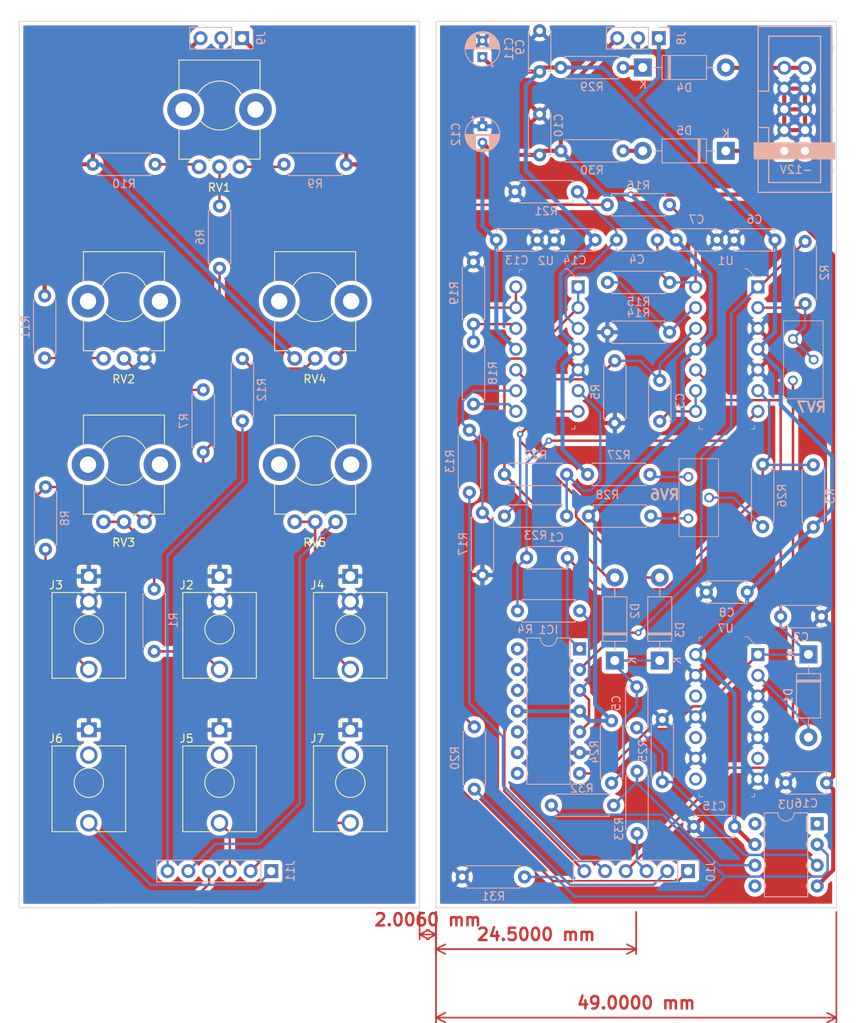
<source format=kicad_pcb>
(kicad_pcb (version 20211014) (generator pcbnew)
  (layers (0 "F.Cu" signal) (31 "B.Cu" signal) (34 "B.Paste" user) (35 "F.Paste" user) (36 "B.SilkS" user "B.Silkscreen") (37 "F.SilkS" user "F.Silkscreen") (38 "B.Mask" user) (39 "F.Mask" user) (44 "Edge.Cuts" user))
  (net 0 "")
  (net 1 "/ic1")
  (net 2 "/out_emit")
  (net 3 "/ic2")
  (net 4 "GND")
  (net 5 "/Saw_buff")
  (net 6 "/ac_couple")
  (net 7 "/tri_in")
  (net 8 "/tri_sum")
  (net 9 "Triangle Out1")
  (net 10 "+12V")
  (net 11 "-12V")
  (net 12 "/schmitt_out")
  (net 13 "/tri_buff")
  (net 14 "/tri_amp_out")
  (net 15 "/D+")
  (net 16 "/12+")
  (net 17 "/12-")
  (net 18 "/D-")
  (net 19 "/scale_in")
  (net 20 "/emit")
  (net 21 "/FM_in")
  (net 28 "/CV_in")
  (net 29 "/PWM_Pot")
  (net 30 "Triangle Out2")
  (net 32 "Saw Out2")
  (net 34 "/FM_pot")
  (net 35 "/trim_scale")
  (net 36 "/Coarse")
  (net 37 "Pulse Out2")
  (net 38 "/Fine")
  (net 39 "/Coarse_div1")
  (net 40 "/Coarse_div2")
  (net 41 "/fine_div")
  (net 42 "Saw Out1")
  (net 43 "/PWM_LP")
  (net 44 "Pulse Out1")
  (net 45 "/Saw_amp2")
  (net 46 "/Saw_amp1")
  (net 47 "/PWM_out")
  (net 48 "/PWM_Bin")
  (net 49 "/Pulse_buff")
  (net 50 "/tri_amp_in")
  (net 51 "/trim_tune")
  (net 52 "/trim+")
  (net 53 "/trim-")
  (net 60 "In_Sum1")
  (net 61 "AP1")
  (net 62 "PWM_Com1")
  (net 63 "In_Sum2")
  (net 64 "AP2")
  (net 65 "PWM_Com2")
  (net 66 "GND1")
  (net 67 "+12VA")
  (net 68 "-12VA")
  (net 69 "/tri_pre")
  (net 70 "/tri_inv")
  (net 71 "/tri_op_out")
  (footprint "Connector_Audio:Jack_3.5mm_QingPu_WQP-PJ398SM_Vertical_CircularHoles" (layer "F.Cu") (at 94.2 117.72)
    (fp_text reference "J3")
    (fp_text value "CV")
  )
  (footprint "Custom_Footprints:Alpha_9mm_Potentiometer_Aligned" (layer "F.Cu") (at 98.5 83.55)
    (fp_text reference "RV2")
    (fp_text value "100K")
  )
  (footprint "Connector_Audio:Jack_3.5mm_QingPu_WQP-PJ398SM_Vertical_CircularHoles" (layer "F.Cu") (at 126.2 136.5)
    (fp_text reference "J7")
    (fp_text value "Pulse")
  )
  (footprint "Connector_Audio:Jack_3.5mm_QingPu_WQP-PJ398SM_Vertical_CircularHoles" (layer "F.Cu") (at 110.2 136.5)
    (fp_text reference "J5")
    (fp_text value "Triangle")
  )
  (footprint "Connector_Audio:Jack_3.5mm_QingPu_WQP-PJ398SM_Vertical_CircularHoles" (layer "F.Cu") (at 126.2 117.72)
    (fp_text reference "J4")
    (fp_text value "PWM")
  )
  (footprint "Custom_Footprints:Alpha_9mm_Potentiometer_Aligned" (layer "F.Cu") (at 121.9 83.55)
    (fp_text reference "RV4")
    (fp_text value "100k")
  )
  (footprint "Custom_Footprints:Alpha_9mm_Potentiometer_Aligned" (layer "F.Cu") (at 121.9 103.55)
    (fp_text reference "RV5")
    (fp_text value "250k")
  )
  (footprint "Connector_Audio:Jack_3.5mm_QingPu_WQP-PJ398SM_Vertical_CircularHoles" (layer "F.Cu") (at 94.2 136.5)
    (fp_text reference "J6")
    (fp_text value "Saw")
  )
  (footprint "Connector_Audio:Jack_3.5mm_QingPu_WQP-PJ398SM_Vertical_CircularHoles" (layer "F.Cu") (at 110.2 117.72)
    (fp_text reference "J2")
    (fp_text value "FM")
  )
  (footprint "Custom_Footprints:Alpha_9mm_Potentiometer_Aligned" (layer "F.Cu") (at 110.2 60.1)
    (fp_text reference "RV1")
    (fp_text value "100K")
  )
  (footprint "Custom_Footprints:Alpha_9mm_Potentiometer_Aligned" (layer "F.Cu") (at 98.5 103.55)
    (fp_text reference "RV3")
    (fp_text value "1Meg")
  )
  (footprint "Capacitor_THT:C_Disc_D4.7mm_W2.5mm_P5.00mm" (layer "B.Cu") (at 179.5 143)
    (fp_text reference "C16")
    (fp_text value "0.1u")
  )
  (footprint "Capacitor_THT:C_Disc_D4.7mm_W2.5mm_P5.00mm" (layer "B.Cu") (at 178.876 122.65)
    (fp_text reference "C2")
    (fp_text value "2.2n")
  )
  (footprint "Capacitor_THT:C_Disc_D4.7mm_W2.5mm_P5.00mm" (layer "B.Cu") (at 173.24 148.34 180)
    (fp_text reference "C15")
    (fp_text value "0.1u")
  )
  (footprint "Potassium's KiCad Footprints:3296Y1502LF" (layer "B.Cu") (at 167.576 110.63 180)
    (fp_text reference "RV6")
    (fp_text value "1Meg" hide)
  )
  (footprint "Resistor_THT:R_Axial_DIN0207_L6.3mm_D2.5mm_P7.62mm_Horizontal" (layer "B.Cu") (at 152.686 105.25 180)
    (fp_text reference "R22")
    (fp_text value "10k")
  )
  (footprint "digikey-footprints:DIP-14_W3mm" (layer "B.Cu") (at 154.086 82.3 180)
    (fp_text reference "U2")
    (fp_text value "TL074CN")
  )
  (footprint "Resistor_THT:R_Axial_DIN0207_L6.3mm_D2.5mm_P7.62mm_Horizontal" (layer "B.Cu") (at 141.276 79.24 -90)
    (fp_text reference "R19")
    (fp_text value "68k")
  )
  (footprint "Resistor_THT:R_Axial_DIN0207_L6.3mm_D2.5mm_P7.62mm_Horizontal" (layer "B.Cu") (at 108.2 94.9 -90)
    (fp_text reference "R7")
    (fp_text value "1Meg")
  )
  (footprint "Resistor_THT:R_Axial_DIN0207_L6.3mm_D2.5mm_P7.62mm_Horizontal" (layer "B.Cu") (at 162.876 105.25 180)
    (fp_text reference "R27")
    (fp_text value "1k")
  )
  (footprint "Connector_PinHeader_2.54mm:PinHeader_1x06_P2.54mm_Vertical" (layer "B.Cu") (at 116.534 153.8 90)
    (fp_text reference "J11")
    (fp_text value "Conn_01x06")
  )
  (footprint "Package_DIP:DIP-14_W7.62mm" (layer "B.Cu") (at 154.27 126.6 180)
    (fp_text reference "IC1")
    (fp_text value "300P14-U")
  )
  (footprint "Capacitor_THT:C_Disc_D4.7mm_W2.5mm_P5.00mm" (layer "B.Cu") (at 169.776 119.65)
    (fp_text reference "C8")
    (fp_text value "0.1u")
  )
  (footprint "Resistor_THT:R_Axial_DIN0207_L6.3mm_D2.5mm_P7.62mm_Horizontal" (layer "B.Cu") (at 157.676 81.75)
    (fp_text reference "R15")
    (fp_text value "100k")
  )
  (footprint "Custom_Footprints:Eurorack_10_pin_header" (layer "B.Cu") (at 179.3135 65.65 90)
    (fp_text reference "J1" hide)
    (fp_text value "Eurorack 10 DIP Header")
  )
  (footprint "Capacitor_THT:C_Disc_D4.7mm_W2.5mm_P5.00mm" (layer "B.Cu") (at 144.076 76.55)
    (fp_text reference "C13")
    (fp_text value "0.1u")
  )
  (footprint "Resistor_THT:R_Axial_DIN0207_L6.3mm_D2.5mm_P7.62mm_Horizontal" (layer "B.Cu") (at 88.8 83.39 -90)
    (fp_text reference "R11")
    (fp_text value "100k")
  )
  (footprint "Resistor_THT:R_Axial_DIN0207_L6.3mm_D2.5mm_P7.62mm_Horizontal" (layer "B.Cu") (at 158.576 91.34 -90)
    (fp_text reference "R5")
    (fp_text value "100k")
  )
  (footprint "Resistor_THT:R_Axial_DIN0207_L6.3mm_D2.5mm_P7.62mm_Horizontal" (layer "B.Cu") (at 151.966 55.45)
    (fp_text reference "R29")
    (fp_text value "10")
  )
  (footprint "Capacitor_THT:CP_Radial_D4.0mm_P2.00mm" (layer "B.Cu") (at 142.376 62.637401 -90)
    (fp_text reference "C12")
    (fp_text value "4.7u")
  )
  (footprint "Resistor_THT:R_Axial_DIN0207_L6.3mm_D2.5mm_P7.62mm_Horizontal" (layer "B.Cu") (at 141.276 96.65 90)
    (fp_text reference "R18")
    (fp_text value "100k")
  )
  (footprint "Capacitor_THT:C_Disc_D4.7mm_W2.5mm_P5.00mm" (layer "B.Cu") (at 163.776 76.55 180)
    (fp_text reference "C4")
    (fp_text value "1u")
  )
  (footprint "Resistor_THT:R_Axial_DIN0207_L6.3mm_D2.5mm_P7.62mm_Horizontal" (layer "B.Cu") (at 155.366 110.35)
    (fp_text reference "R28")
    (fp_text value "1k")
  )
  (footprint "Resistor_THT:R_Axial_DIN0207_L6.3mm_D2.5mm_P7.62mm_Horizontal" (layer "B.Cu") (at 139.9 154.51)
    (fp_text reference "R31")
    (fp_text value "10k")
  )
  (footprint "Resistor_THT:R_Axial_DIN0207_L6.3mm_D2.5mm_P7.62mm_Horizontal" (layer "B.Cu") (at 181.876 84.36 90)
    (fp_text reference "R2")
    (fp_text value "1.87k")
  )
  (footprint "Resistor_THT:R_Axial_DIN0207_L6.3mm_D2.5mm_P7.62mm_Horizontal" (layer "B.Cu") (at 165.276 72.25 180)
    (fp_text reference "R16")
    (fp_text value "1k")
  )
  (footprint "Capacitor_THT:C_Disc_D4.7mm_W2.5mm_P5.00mm" (layer "B.Cu") (at 161.262 131.25 -90)
    (fp_text reference "C5")
    (fp_text value "1u")
  )
  (footprint "Capacitor_THT:C_Disc_D4.7mm_W2.5mm_P5.00mm" (layer "B.Cu") (at 149.376 66.15 90)
    (fp_text reference "C10")
    (fp_text value "0.1u")
  )
  (footprint "Resistor_THT:R_Axial_DIN0207_L6.3mm_D2.5mm_P7.62mm_Horizontal" (layer "B.Cu") (at 146.666 121.95)
    (fp_text reference "R4")
    (fp_text value "500")
  )
  (footprint "Resistor_THT:R_Axial_DIN0207_L6.3mm_D2.5mm_P7.62mm_Horizontal" (layer "B.Cu") (at 158.176 135.404 -90)
    (fp_text reference "R24")
    (fp_text value "20k")
  )
  (footprint "Diode_THT:D_DO-41_SOD81_P10.16mm_Horizontal" (layer "B.Cu") (at 172.156 65.65 180)
    (fp_text reference "D5")
    (fp_text value "1N5819")
  )
  (footprint "Resistor_THT:R_Axial_DIN0207_L6.3mm_D2.5mm_P7.62mm_Horizontal" (layer "B.Cu") (at 141.376 136.15 -90)
    (fp_text reference "R20")
    (fp_text value "1k")
  )
  (footprint "Capacitor_THT:C_Disc_D4.7mm_W2.5mm_P5.00mm" (layer "B.Cu") (at 149.376 50.95 -90)
    (fp_text reference "C9")
    (fp_text value "0.1u")
  )
  (footprint "Resistor_THT:R_Axial_DIN0207_L6.3mm_D2.5mm_P7.62mm_Horizontal" (layer "B.Cu") (at 142.376 109.94 -90)
    (fp_text reference "R17")
    (fp_text value "14k")
  )
  (footprint "Resistor_THT:R_Axial_DIN0207_L6.3mm_D2.5mm_P7.62mm_Horizontal" (layer "B.Cu") (at 145.066 110.35)
    (fp_text reference "R23")
    (fp_text value "10k")
  )
  (footprint "Capacitor_THT:C_Disc_D4.7mm_W2.5mm_P5.00mm" (layer "B.Cu") (at 151.176 76.55)
    (fp_text reference "C14")
    (fp_text value "0.1u")
  )
  (footprint "Capacitor_THT:C_Disc_D4.7mm_W2.5mm_P5.00mm" (layer "B.Cu") (at 164.076 98.75 90)
    (fp_text reference "C3")
    (fp_text value "1u")
  )
  (footprint "Resistor_THT:R_Axial_DIN0207_L6.3mm_D2.5mm_P7.62mm_Horizontal" (layer "B.Cu") (at 102.2 126.91 90)
    (fp_text reference "R1")
    (fp_text value "100k")
  )
  (footprint "Resistor_THT:R_Axial_DIN0207_L6.3mm_D2.5mm_P7.62mm_Horizontal" (layer "B.Cu") (at 151.966 65.65)
    (fp_text reference "R30")
    (fp_text value "10")
  )
  (footprint "Capacitor_THT:C_Disc_D4.7mm_W2.5mm_P5.00mm" (layer "B.Cu") (at 152.776 115.45 180)
    (fp_text reference "C1")
    (fp_text value "30p")
  )
  (footprint "Resistor_THT:R_Axial_DIN0207_L6.3mm_D2.5mm_P7.62mm_Horizontal" (layer "B.Cu") (at 158.43 145.74 180)
    (fp_text reference "R32")
    (fp_text value "10k")
  )
  (footprint "Capacitor_THT:C_Disc_D4.7mm_W2.5mm_P5.00mm" (layer "B.Cu") (at 171.076 76.55 180)
    (fp_text reference "C7")
    (fp_text value "0.1u")
  )
  (footprint "Connector_PinSocket_2.54mm:PinSocket_1x03_P2.54mm_Vertical" (layer "B.Cu") (at 163.96 51.86 90)
    (fp_text reference "J8")
    (fp_text value "Conn_01x03")
  )
  (footprint "digikey-footprints:DIP-14_W3mm" (layer "B.Cu") (at 176.086 82.3 180)
    (fp_text reference "U1")
    (fp_text value "TL074CN")
  )
  (footprint "Resistor_THT:R_Axial_DIN0207_L6.3mm_D2.5mm_P7.62mm_Horizontal" (layer "B.Cu") (at 182.87 111.702 90)
    (fp_text reference "R3")
    (fp_text value "1Meg")
  )
  (footprint "Capacitor_THT:CP_Radial_D4.0mm_P2.00mm" (layer "B.Cu") (at 142.376 54.172599 90)
    (fp_text reference "C11")
    (fp_text value "4.7u")
  )
  (footprint "Resistor_THT:R_Axial_DIN0207_L6.3mm_D2.5mm_P7.62mm_Horizontal" (layer "B.Cu") (at 176.67 111.646 90)
    (fp_text reference "R26")
    (fp_text value "1Meg")
  )
  (footprint "Diode_THT:D_DO-41_SOD81_P10.16mm_Horizontal" (layer "B.Cu") (at 161.996 55.45)
    (fp_text reference "D4")
    (fp_text value "1N5819")
  )
  (footprint "Resistor_THT:R_Axial_DIN0207_L6.3mm_D2.5mm_P7.62mm_Horizontal" (layer "B.Cu") (at 113 98.7 90)
    (fp_text reference "R12")
    (fp_text value "100k")
  )
  (footprint "Resistor_THT:R_Axial_DIN0207_L6.3mm_D2.5mm_P7.62mm_Horizontal" (layer "B.Cu") (at 140.776 99.84 -90)
    (fp_text reference "R13")
    (fp_text value "68k")
  )
  (footprint "Resistor_THT:R_Axial_DIN0207_L6.3mm_D2.5mm_P7.62mm_Horizontal" (layer "B.Cu") (at 161.29 141.58 -90)
    (fp_text reference "R33")
    (fp_text value "1k")
  )
  (footprint "Resistor_THT:R_Axial_DIN0207_L6.3mm_D2.5mm_P7.62mm_Horizontal" (layer "B.Cu") (at 88.9 114.41 90)
    (fp_text reference "R8")
    (fp_text value "100k")
  )
  (footprint "Capacitor_THT:C_Disc_D4.7mm_W2.5mm_P5.00mm" (layer "B.Cu") (at 178.176 76.55 180)
    (fp_text reference "C6")
    (fp_text value "0.1u")
  )
  (footprint "Connector_PinHeader_2.54mm:PinHeader_1x03_P2.54mm_Vertical" (layer "B.Cu") (at 112.954 51.86 90)
    (fp_text reference "J9")
    (fp_text value "Conn_01x03")
  )
  (footprint "Connector_PinSocket_2.54mm:PinSocket_1x06_P2.54mm_Vertical" (layer "B.Cu") (at 167.54 153.8 90)
    (fp_text reference "J10")
    (fp_text value "Conn_01x06")
  )
  (footprint "Diode_THT:D_DO-41_SOD81_P10.16mm_Horizontal" (layer "B.Cu") (at 164.076 128.03 90)
    (fp_text reference "D3")
    (fp_text value "1N4148")
  )
  (footprint "Diode_THT:D_DO-41_SOD81_P10.16mm_Horizontal" (layer "B.Cu") (at 182.276 127.27 -90)
    (fp_text reference "D1")
    (fp_text value "1N4148")
  )
  (footprint "digikey-footprints:DIP-14_W3mm" (layer "B.Cu") (at 176.086 127.3 180)
    (fp_text reference "U7")
    (fp_text value "CD40106BE")
  )
  (footprint "Potassium's KiCad Footprints:3296Y1502LF" (layer "B.Cu") (at 180.376 93.75 180)
    (fp_text reference "RV7")
    (fp_text value "5K" hide)
  )
  (footprint "Resistor_THT:R_Axial_DIN0207_L6.3mm_D2.5mm_P7.62mm_Horizontal" (layer "B.Cu") (at 165.276 87.85 180)
    (fp_text reference "R14")
    (fp_text value "47k")
  )
  (footprint "Resistor_THT:R_Axial_DIN0207_L6.3mm_D2.5mm_P7.62mm_Horizontal" (layer "B.Cu") (at 118.09 67.3)
    (fp_text reference "R9")
    (fp_text value "100k")
  )
  (footprint "Diode_THT:D_DO-41_SOD81_P10.16mm_Horizontal" (layer "B.Cu") (at 158.576 128.03 90)
    (fp_text reference "D2")
    (fp_text value "1N4148")
  )
  (footprint "Resistor_THT:R_Axial_DIN0207_L6.3mm_D2.5mm_P7.62mm_Horizontal" (layer "B.Cu") (at 94.7 67.3)
    (fp_text reference "R10")
    (fp_text value "33k")
  )
  (footprint "Resistor_THT:R_Axial_DIN0207_L6.3mm_D2.5mm_P7.62mm_Horizontal" (layer "B.Cu") (at 110.2 72.4 -90)
    (fp_text reference "R6")
    (fp_text value "100k")
  )
  (footprint "Resistor_THT:R_Axial_DIN0207_L6.3mm_D2.5mm_P7.62mm_Horizontal" (layer "B.Cu") (at 164.39 135.262 -90)
    (fp_text reference "R25")
    (fp_text value "200k")
  )
  (footprint "Resistor_THT:R_Axial_DIN0207_L6.3mm_D2.5mm_P7.62mm_Horizontal" (layer "B.Cu") (at 146.366 70.65)
    (fp_text reference "R21")
    (fp_text value "200k")
  )
  (footprint "Package_DIP:DIP-8_W7.62mm" (layer "B.Cu") (at 183.345 148 180)
    (fp_text reference "U3")
    (fp_text value "TL071CP")
  )
  (gr_line (start 136.69 49.796) (end 185.69 49.796) (layer "Edge.Cuts") (width 0.1))
  (gr_line (start 85.684 49.796) (end 85.684 158.296) (layer "Edge.Cuts") (width 0.1))
  (gr_line (start 85.684 158.296) (end 134.684 158.296) (layer "Edge.Cuts") (width 0.1))
  (gr_line (start 134.684 158.296) (end 134.684 49.796) (layer "Edge.Cuts") (width 0.1))
  (gr_line (start 136.69 158.296) (end 185.69 158.296) (layer "Edge.Cuts") (width 0.1))
  (gr_line (start 185.69 158.296) (end 185.69 49.796) (layer "Edge.Cuts") (width 0.1))
  (gr_line (start 136.69 49.796) (end 136.69 158.296) (layer "Edge.Cuts") (width 0.1))
  (gr_line (start 85.684 49.796) (end 134.684 49.796) (layer "Edge.Cuts") (width 0.1))
  (dimension (type aligned) (layer "F.Cu") (pts (xy 136.69 158.296) (xy 185.69 158.296)) (height 13.434) (gr_text "49.0000 mm" (at 161.19 169.93) (layer "F.Cu") (effects (font (size 1.5 1.5) (thickness 0.3)))) (format (units 3) (units_format 1) (precision 4)) (style (thickness 0.2) (arrow_length 1.27) (text_position_mode 0) (extension_height 0.58642) (extension_offset 0.5) keep_text_aligned))
  (dimension (type aligned) (layer "F.Cu") (pts (xy 134.684 158.296) (xy 136.69 158.296)) (height 3.264) (gr_text "2.0060 mm" (at 135.687 159.76) (layer "F.Cu") (effects (font (size 1.5 1.5) (thickness 0.3)))) (format (units 3) (units_format 1) (precision 4)) (style (thickness 0.2) (arrow_length 1.27) (text_position_mode 0) (extension_height 0.58642) (extension_offset 0.5) keep_text_aligned))
  (dimension (type aligned) (layer "F.Cu") (pts (xy 136.69 158.296) (xy 161.19 158.296)) (height 5.054) (gr_text "24.5000 mm" (at 148.94 161.55) (layer "F.Cu") (effects (font (size 1.5 1.5) (thickness 0.3)))) (format (units 3) (units_format 1) (precision 4)) (style (thickness 0.2) (arrow_length 1.27) (text_position_mode 0) (extension_height 0.58642) (extension_offset 0.5) keep_text_aligned))
  (segment (start 152.776 115.45) (end 156.646 119.32) (width 0.3) (layer "F.Cu") (net 1))
  (segment (start 164.72 119.32) (end 176.67 107.37) (width 0.3) (layer "F.Cu") (net 1))
  (segment (start 156.646 119.32) (end 164.72 119.32) (width 0.3) (layer "F.Cu") (net 1))
  (segment (start 176.67 107.37) (end 176.67 104.026) (width 0.3) (layer "F.Cu") (net 1))
  (segment (start 152.776 125.106) (end 152.776 115.45) (width 0.3) (layer "B.Cu") (net 1))
  (segment (start 176.67 104.026) (end 177.469999 103.226001) (width 0.3) (layer "B.Cu") (net 1))
  (segment (start 182.87 104.082) (end 176.726 104.082) (width 0.3) (layer "B.Cu") (net 1))
  (segment (start 176.726 104.082) (end 176.67 104.026) (width 0.3) (layer "B.Cu") (net 1))
  (segment (start 177.469999 103.226001) (end 177.469999 96.383999) (width 0.3) (layer "B.Cu") (net 1))
  (segment (start 154.27 126.6) (end 152.776 125.106) (width 0.3) (layer "B.Cu") (net 1))
  (segment (start 177.469999 96.383999) (end 176.086 95) (width 0.3) (layer "B.Cu") (net 1))
  (segment (start 150.5 101.12) (end 172.506 101.12) (width 0.3) (layer "F.Cu") (net 2))
  (segment (start 172.506 101.12) (end 176.086 97.54) (width 0.3) (layer "F.Cu") (net 2))
  (via (at 150.5 101.12) (size 0.8) (drill 0.4) (layers "F.Cu" "B.Cu") (net 2))
  (segment (start 147.776 115.45) (end 147.776 103.844) (width 0.3) (layer "B.Cu") (net 2))
  (segment (start 146.666 116.56) (end 147.776 115.45) (width 0.3) (layer "B.Cu") (net 2))
  (segment (start 147.776 103.844) (end 150.5 101.12) (width 0.3) (layer "B.Cu") (net 2))
  (segment (start 146.666 121.95) (end 146.666 116.56) (width 0.3) (layer "B.Cu") (net 2))
  (segment (start 172.169654 96.163654) (end 168.466 92.46) (width 0.3) (layer "F.Cu") (net 3))
  (segment (start 169.746 133.64) (end 176.086 127.3) (width 0.3) (layer "F.Cu") (net 3))
  (segment (start 178.876 122.65) (end 178.876 96.163654) (width 0.3) (layer "F.Cu") (net 3))
  (segment (start 154.27 141.84) (end 157.298346 141.84) (width 0.3) (layer "F.Cu") (net 3))
  (segment (start 162.726346 136.412) (end 165.347654 136.412) (width 0.3) (layer "F.Cu") (net 3))
  (segment (start 157.298346 141.84) (end 162.726346 136.412) (width 0.3) (layer "F.Cu") (net 3))
  (segment (start 165.347654 136.412) (end 168.119654 133.64) (width 0.3) (layer "F.Cu") (net 3))
  (segment (start 168.119654 133.64) (end 169.746 133.64) (width 0.3) (layer "F.Cu") (net 3))
  (segment (start 178.876 96.163654) (end 172.169654 96.163654) (width 0.3) (layer "F.Cu") (net 3))
  (segment (start 178.876 123.87) (end 178.876 122.65) (width 0.3) (layer "B.Cu") (net 3))
  (segment (start 182.276 127.27) (end 178.876 123.87) (width 0.3) (layer "B.Cu") (net 3))
  (segment (start 182.246 127.3) (end 182.276 127.27) (width 0.3) (layer "B.Cu") (net 3))
  (segment (start 176.086 127.3) (end 182.246 127.3) (width 0.3) (layer "B.Cu") (net 3))
  (segment (start 179.3135 58.03) (end 181.8535 58.03) (width 0.5) (layer "F.Cu") (net 4))
  (segment (start 181.8535 63.11) (end 181.8535 60.57) (width 0.5) (layer "F.Cu") (net 4))
  (segment (start 179.3135 63.11) (end 181.8535 63.11) (width 0.5) (layer "F.Cu") (net 4))
  (segment (start 179.3135 63.11) (end 179.3135 60.57) (width 0.5) (layer "F.Cu") (net 4))
  (segment (start 181.8535 58.03) (end 181.8535 60.57) (width 0.5) (layer "F.Cu") (net 4))
  (segment (start 179.3135 58.03) (end 179.3135 60.57) (width 0.5) (layer "F.Cu") (net 4))
  (segment (start 179.3135 60.57) (end 181.8535 60.57) (width 0.5) (layer "F.Cu") (net 4))
  (segment (start 168.466 97.54) (end 165.286 97.54) (width 0.3) (layer "F.Cu") (net 5))
  (segment (start 165.286 97.54) (end 164.076 98.75) (width 0.3) (layer "F.Cu") (net 5))
  (segment (start 168.466 95) (end 168.466 97.54) (width 0.3) (layer "B.Cu") (net 5))
  (segment (start 146.466 92.46) (end 147.616 93.61) (width 0.3) (layer "F.Cu") (net 6))
  (segment (start 147.616 93.61) (end 156.306 93.61) (width 0.3) (layer "F.Cu") (net 6))
  (segment (start 156.306 93.61) (end 158.576 91.34) (width 0.3) (layer "F.Cu") (net 6))
  (segment (start 161.666 91.34) (end 164.076 93.75) (width 0.3) (layer "B.Cu") (net 6))
  (segment (start 158.576 91.34) (end 161.666 91.34) (width 0.3) (layer "B.Cu") (net 6))
  (segment (start 164.076 91.77) (end 168.466 87.38) (width 0.3) (layer "B.Cu") (net 6))
  (segment (start 164.076 93.75) (end 164.076 91.77) (width 0.3) (layer "B.Cu") (net 6))
  (segment (start 152.55 81.18) (end 152.55 85.844) (width 0.3) (layer "B.Cu") (net 7))
  (segment (start 152.55 85.844) (end 154.086 87.38) (width 0.3) (layer "B.Cu") (net 7))
  (segment (start 158.776 75.44) (end 158.776 76.55) (width 0.3) (layer "B.Cu") (net 7))
  (segment (start 155.42 79.93) (end 153.8 79.93) (width 0.3) (layer "B.Cu") (net 7))
  (segment (start 158.776 76.55) (end 155.42 79.906) (width 0.3) (layer "B.Cu") (net 7))
  (segment (start 155.42 79.906) (end 155.42 79.93) (width 0.3) (layer "B.Cu") (net 7))
  (segment (start 153.986 70.65) (end 158.776 75.44) (width 0.3) (layer "B.Cu") (net 7))
  (segment (start 153.8 79.93) (end 152.55 81.18) (width 0.3) (layer "B.Cu") (net 7))
  (segment (start 161.262 131.25) (end 158.576 128.564) (width 0.3) (layer "B.Cu") (net 8))
  (segment (start 158.576 128.564) (end 158.576 128.03) (width 0.3) (layer "B.Cu") (net 8))
  (segment (start 159.65 135.29) (end 159.65 141.55) (width 0.3) (layer "B.Cu") (net 8))
  (segment (start 161.262 131.25) (end 161.262 133.678) (width 0.3) (layer "B.Cu") (net 8))
  (segment (start 161.262 133.678) (end 159.65 135.29) (width 0.3) (layer "B.Cu") (net 8))
  (segment (start 164.076 128.03) (end 158.576 128.03) (width 0.3) (layer "B.Cu") (net 8))
  (segment (start 159.65 141.55) (end 158.176 143.024) (width 0.3) (layer "B.Cu") (net 8))
  (segment (start 161.29 152.63) (end 162.106447 153.446447) (width 0.3) (layer "B.Cu") (net 9))
  (segment (start 161.29 149.2) (end 161.29 152.63) (width 0.3) (layer "B.Cu") (net 9))
  (segment (start 175.44 150.54) (end 173.24 148.34) (width 0.5) (layer "F.Cu") (net 10))
  (segment (start 149.876 55.45) (end 149.376 55.95) (width 0.5) (layer "F.Cu") (net 10))
  (segment (start 175.725 150.54) (end 175.44 150.54) (width 0.5) (layer "F.Cu") (net 10))
  (segment (start 149.376 55.95) (end 144.153401 55.95) (width 0.5) (layer "F.Cu") (net 10))
  (segment (start 142.376 54.172599) (end 144.153401 55.95) (width 0.5) (layer "F.Cu") (net 10))
  (segment (start 151.966 55.45) (end 149.876 55.45) (width 0.5) (layer "F.Cu") (net 10))
  (segment (start 178.176 87.83) (end 176.086 89.92) (width 0.5) (layer "B.Cu") (net 10))
  (segment (start 147.676 68.05) (end 156.176 76.55) (width 0.5) (layer "B.Cu") (net 10))
  (segment (start 178.880278 92.714278) (end 178.880278 96.754278) (width 0.5) (layer "B.Cu") (net 10))
  (segment (start 176.086 89.92) (end 178.880278 92.714278) (width 0.5) (layer "B.Cu") (net 10))
  (segment (start 151.94 80.786) (end 151.94 87.774) (width 0.5) (layer "B.Cu") (net 10))
  (segment (start 161.103 59.477) (end 178.176 76.55) (width 0.5) (layer "B.Cu") (net 10))
  (segment (start 174.776 120.99) (end 168.466 127.3) (width 0.5) (layer "B.Cu") (net 10))
  (segment (start 185.176 109.396) (end 182.87 111.702) (width 0.5) (layer "B.Cu") (net 10))
  (segment (start 178.176 76.55) (end 178.176 87.83) (width 0.5) (layer "B.Cu") (net 10))
  (segment (start 152.176 102.17) (end 152.176 91.83) (width 0.5) (layer "B.Cu") (net 10))
  (segment (start 163.96 56.62) (end 161.103 59.477) (width 0.5) (layer "B.Cu") (net 10))
  (segment (start 151.94 87.774) (end 154.086 89.92) (width 0.5) (layer "B.Cu") (net 10))
  (segment (start 185.176 103.05) (end 185.176 109.396) (width 0.5) (layer "B.Cu") (net 10))
  (segment (start 156.176 76.55) (end 151.94 80.786) (width 0.5) (layer "B.Cu") (net 10))
  (segment (start 174.922 119.65) (end 174.776 119.65) (width 0.5) (layer "B.Cu") (net 10))
  (segment (start 173.24 132.074) (end 168.466 127.3) (width 0.5) (layer "B.Cu") (net 10))
  (segment (start 163.96 51.86) (end 163.96 56.62) (width 0.5) (layer "B.Cu") (net 10))
  (segment (start 178.880278 96.754278) (end 185.176 103.05) (width 0.5) (layer "B.Cu") (net 10))
  (segment (start 157.076 55.45) (end 161.103 59.477) (width 0.5) (layer "B.Cu") (net 10))
  (segment (start 174.776 119.65) (end 174.776 120.99) (width 0.5) (layer "B.Cu") (net 10))
  (segment (start 147.676 57.65) (end 147.676 68.05) (width 0.5) (layer "B.Cu") (net 10))
  (segment (start 152.176 91.83) (end 154.086 89.92) (width 0.5) (layer "B.Cu") (net 10))
  (segment (start 173.24 148.34) (end 173.24 132.074) (width 0.5) (layer "B.Cu") (net 10))
  (segment (start 155.256 105.25) (end 152.176 102.17) (width 0.5) (layer "B.Cu") (net 10))
  (segment (start 149.376 55.95) (end 147.676 57.65) (width 0.5) (layer "B.Cu") (net 10))
  (segment (start 151.966 55.45) (end 157.076 55.45) (width 0.5) (layer "B.Cu") (net 10))
  (segment (start 182.87 111.702) (end 174.922 119.65) (width 0.5) (layer "B.Cu") (net 10))
  (segment (start 184.5 143) (end 185.299999 142.200001) (width 0.5) (layer "F.Cu") (net 11))
  (segment (start 185.299999 78.396232) (end 177.903767 71) (width 0.5) (layer "F.Cu") (net 11))
  (segment (start 185.299999 142.200001) (end 185.299999 78.396232) (width 0.5) (layer "F.Cu") (net 11))
  (segment (start 185.299999 153.665001) (end 183.345 155.62) (width 0.5) (layer "F.Cu") (net 11))
  (segment (start 158.88 51.86) (end 151.966 58.774) (width 0.5) (layer "F.Cu") (net 11))
  (segment (start 151.966 58.774) (end 151.966 65.65) (width 0.5) (layer "F.Cu") (net 11))
  (segment (start 185.299999 143.799999) (end 185.299999 153.665001) (width 0.5) (layer "F.Cu") (net 11))
  (segment (start 142.376 64.637401) (end 143.888599 66.15) (width 0.5) (layer "F.Cu") (net 11))
  (segment (start 143.888599 66.15) (end 149.376 66.15) (width 0.5) (layer "F.Cu") (net 11))
  (segment (start 184.5 143) (end 185.299999 143.799999) (width 0.5) (layer "F.Cu") (net 11))
  (segment (start 149.876 65.65) (end 149.376 66.15) (width 0.5) (layer "F.Cu") (net 11))
  (segment (start 177.903767 71) (end 160.526 71) (width 0.5) (layer "F.Cu") (net 11))
  (segment (start 151.966 65.65) (end 149.876 65.65) (width 0.5) (layer "F.Cu") (net 11))
  (via (at 160.526 71) (size 0.8) (drill 0.4) (layers "F.Cu" "B.Cu") (net 11))
  (segment (start 142.376 74.85) (end 144.076 76.55) (width 0.5) (layer "B.Cu") (net 11))
  (segment (start 166.876 98.84) (end 155.366 110.35) (width 0.5) (layer "B.Cu") (net 11))
  (segment (start 155.454 135.404) (end 154.27 134.22) (width 0.5) (layer "B.Cu") (net 11))
  (segment (start 168.466 89.92) (end 166.876 91.51) (width 0.5) (layer "B.Cu") (net 11))
  (segment (start 144.076 76.55) (end 144.076 87.53) (width 0.5) (layer "B.Cu") (net 11))
  (segment (start 157.316 71) (end 160.526 71) (width 0.5) (layer "B.Cu") (net 11))
  (segment (start 142.376 64.637401) (end 142.376 74.85) (width 0.5) (layer "B.Cu") (net 11))
  (segment (start 156.165999 133.393999) (end 156.165999 111.149999) (width 0.5) (layer "B.Cu") (net 11))
  (segment (start 170.330997 80.804997) (end 170.330997 88.055003) (width 0.5) (layer "B.Cu") (net 11))
  (segment (start 151.966 65.65) (end 157.316 71) (width 0.5) (layer "B.Cu") (net 11))
  (segment (start 158.176 135.404) (end 155.454 135.404) (width 0.5) (layer "B.Cu") (net 11))
  (segment (start 160.526 71) (end 166.076 76.55) (width 0.5) (layer "B.Cu") (net 11))
  (segment (start 166.876 91.51) (end 166.876 98.84) (width 0.5) (layer "B.Cu") (net 11))
  (segment (start 166.076 76.55) (end 170.330997 80.804997) (width 0.5) (layer "B.Cu") (net 11))
  (segment (start 170.330997 88.055003) (end 168.466 89.92) (width 0.5) (layer "B.Cu") (net 11))
  (segment (start 158.176 135.404) (end 156.165999 133.393999) (width 0.5) (layer "B.Cu") (net 11))
  (segment (start 154.27 134.22) (end 146.65 134.22) (width 0.5) (layer "B.Cu") (net 11))
  (segment (start 144.076 87.53) (end 146.466 89.92) (width 0.5) (layer "B.Cu") (net 11))
  (segment (start 156.165999 111.149999) (end 155.366 110.35) (width 0.5) (layer "B.Cu") (net 11))
  (segment (start 182.276 136.03) (end 176.086 129.84) (width 0.3) (layer "B.Cu") (net 12))
  (segment (start 182.276 137.43) (end 182.276 136.03) (width 0.3) (layer "B.Cu") (net 12))
  (segment (start 147.856 91.07) (end 145.838153 91.07) (width 0.3) (layer "F.Cu") (net 13))
  (segment (start 145.066 91.842153) (end 145.066 105.25) (width 0.3) (layer "F.Cu") (net 13))
  (segment (start 157.686 117.87) (end 158.576 117.87) (width 0.3) (layer "F.Cu") (net 13))
  (segment (start 154.086 84.84) (end 147.856 91.07) (width 0.3) (layer "F.Cu") (net 13))
  (segment (start 145.838153 91.07) (end 145.066 91.842153) (width 0.3) (layer "F.Cu") (net 13))
  (segment (start 145.066 105.25) (end 157.686 117.87) (width 0.3) (layer "F.Cu") (net 13))
  (segment (start 154.086 82.3) (end 154.086 84.84) (width 0.3) (layer "B.Cu") (net 13))
  (segment (start 153.836 108.026346) (end 146.99 101.180346) (width 0.3) (layer "F.Cu") (net 14))
  (segment (start 154.086 97.54) (end 149.77 97.54) (width 0.3) (layer "F.Cu") (net 14))
  (segment (start 146.99 101.180346) (end 146.99 100.32) (width 0.3) (layer "F.Cu") (net 14))
  (segment (start 149.77 97.54) (end 146.99 100.32) (width 0.3) (layer "F.Cu") (net 14))
  (segment (start 161.259654 117.87) (end 153.836 110.446346) (width 0.3) (layer "F.Cu") (net 14))
  (segment (start 153.836 110.446346) (end 153.836 108.026346) (width 0.3) (layer "F.Cu") (net 14))
  (segment (start 164.076 117.87) (end 161.259654 117.87) (width 0.3) (layer "F.Cu") (net 14))
  (via (at 146.99 100.32) (size 0.8) (drill 0.4) (layers "F.Cu" "B.Cu") (net 14))
  (segment (start 146.99 108.426) (end 145.066 110.35) (width 0.3) (layer "B.Cu") (net 14))
  (segment (start 146.99 100.32) (end 146.99 108.426) (width 0.3) (layer "B.Cu") (net 14))
  (segment (start 161.996 55.45) (end 159.586 55.45) (width 0.5) (layer "F.Cu") (net 15))
  (segment (start 179.3135 55.49) (end 181.8535 55.49) (width 0.5) (layer "F.Cu") (net 16))
  (segment (start 179.3135 55.49) (end 172.196 55.49) (width 0.5) (layer "F.Cu") (net 16))
  (segment (start 172.196 55.49) (end 172.156 55.45) (width 0.5) (layer "F.Cu") (net 16))
  (segment (start 172.156 65.65) (end 179.3135 65.65) (width 0.5) (layer "F.Cu") (net 17))
  (segment (start 181.8535 65.65) (end 179.3135 65.65) (width 0.5) (layer "F.Cu") (net 17))
  (segment (start 161.996 65.65) (end 159.586 65.65) (width 0.5) (layer "F.Cu") (net 18))
  (segment (start 161.45 124.62) (end 158.79 124.62) (width 0.3) (layer "F.Cu") (net 19))
  (segment (start 176.086 82.3) (end 176.316 82.3) (width 0.3) (layer "F.Cu") (net 19))
  (segment (start 176.316 82.3) (end 181.876 76.74) (width 0.3) (layer "F.Cu") (net 19))
  (segment (start 158.79 124.62) (end 154.27 129.14) (width 0.3) (layer "F.Cu") (net 19))
  (via (at 161.45 124.62) (size 0.8) (drill 0.4) (layers "F.Cu" "B.Cu") (net 19))
  (segment (start 169.166 116.904) (end 161.45 124.62) (width 0.3) (layer "B.Cu") (net 19))
  (segment (start 172.82 85.566) (end 172.82 99.43) (width 0.3) (layer "B.Cu") (net 19))
  (segment (start 174.403846 83.982154) (end 176.086 82.3) (width 0.3) (layer "B.Cu") (net 19))
  (segment (start 172.82 99.43) (end 169.166 103.084) (width 0.3) (layer "B.Cu") (net 19))
  (segment (start 169.166 103.084) (end 169.166 116.904) (width 0.3) (layer "B.Cu") (net 19))
  (segment (start 174.403846 83.982154) (end 172.82 85.566) (width 0.3) (layer "B.Cu") (net 19))
  (segment (start 154.27 131.68) (end 155.42 132.83) (width 0.3) (layer "F.Cu") (net 20))
  (segment (start 155.42 135.61) (end 154.27 136.76) (width 0.3) (layer "F.Cu") (net 20))
  (segment (start 155.42 132.83) (end 155.42 135.61) (width 0.3) (layer "F.Cu") (net 20))
  (segment (start 154.286 121.95) (end 155.42 123.084) (width 0.3) (layer "B.Cu") (net 20))
  (segment (start 155.42 130.53) (end 154.27 131.68) (width 0.3) (layer "B.Cu") (net 20))
  (segment (start 155.42 123.084) (end 155.42 130.53) (width 0.3) (layer "B.Cu") (net 20))
  (segment (start 107.99 126.91) (end 110.2 129.12) (width 0.3) (layer "F.Cu") (net 21))
  (segment (start 102.2 126.91) (end 107.99 126.91) (width 0.3) (layer "F.Cu") (net 21))
  (segment (start 88.9 123.82) (end 88.9 114.41) (width 0.3) (layer "F.Cu") (net 28))
  (segment (start 94.2 129.12) (end 88.9 123.82) (width 0.3) (layer "F.Cu") (net 28))
  (segment (start 121.9 111.05) (end 119.4 111.05) (width 0.3) (layer "F.Cu") (net 29))
  (segment (start 121.9 111.05) (end 121.9 124.82) (width 0.3) (layer "F.Cu") (net 29))
  (segment (start 121.9 124.82) (end 126.2 129.12) (width 0.3) (layer "F.Cu") (net 29))
  (segment (start 111.454 149.154) (end 110.2 147.9) (width 0.3) (layer "F.Cu") (net 30))
  (segment (start 111.454 153.8) (end 111.454 149.154) (width 0.3) (layer "F.Cu") (net 30))
  (segment (start 101.782154 155.482154) (end 94.2 147.9) (width 0.3) (layer "B.Cu") (net 32))
  (segment (start 114.851846 155.482154) (end 101.782154 155.482154) (width 0.3) (layer "B.Cu") (net 32))
  (segment (start 116.534 153.8) (end 114.851846 155.482154) (width 0.3) (layer "B.Cu") (net 32))
  (segment (start 102.2 114.75) (end 98.5 111.05) (width 0.3) (layer "F.Cu") (net 34))
  (segment (start 102.2 119.29) (end 102.2 114.75) (width 0.3) (layer "F.Cu") (net 34))
  (segment (start 96 111.05) (end 98.5 111.05) (width 0.3) (layer "F.Cu") (net 34))
  (segment (start 181.396 84.84) (end 181.876 84.36) (width 0.3) (layer "F.Cu") (net 35))
  (segment (start 176.086 84.84) (end 181.396 84.84) (width 0.3) (layer "F.Cu") (net 35))
  (segment (start 181.876 84.36) (end 181.876 87.17) (width 0.3) (layer "B.Cu") (net 35))
  (segment (start 182.916 91.21) (end 180.376 88.67) (width 0.3) (layer "B.Cu") (net 35))
  (segment (start 181.876 87.17) (end 180.376 88.67) (width 0.3) (layer "B.Cu") (net 35))
  (segment (start 110.2 67.6) (end 110.2 72.4) (width 0.3) (layer "F.Cu") (net 36))
  (segment (start 113.994 153.8) (end 119.894 147.9) (width 0.3) (layer "F.Cu") (net 37))
  (segment (start 119.894 147.9) (end 126.2 147.9) (width 0.3) (layer "F.Cu") (net 37))
  (segment (start 102.35 94.9) (end 98.5 91.05) (width 0.3) (layer "F.Cu") (net 38))
  (segment (start 108.2 94.9) (end 102.35 94.9) (width 0.3) (layer "F.Cu") (net 38))
  (segment (start 112.7 67.6) (end 117.79 67.6) (width 0.3) (layer "F.Cu") (net 39))
  (segment (start 117.79 67.6) (end 118.09 67.3) (width 0.3) (layer "F.Cu") (net 39))
  (segment (start 102.32 67.3) (end 107.4 67.3) (width 0.3) (layer "F.Cu") (net 40))
  (segment (start 107.4 67.3) (end 107.7 67.6) (width 0.3) (layer "F.Cu") (net 40))
  (segment (start 95.96 91.01) (end 96 91.05) (width 0.3) (layer "F.Cu") (net 41))
  (segment (start 88.8 91.01) (end 95.96 91.01) (width 0.3) (layer "F.Cu") (net 41))
  (segment (start 166.31 155.03) (end 167.54 153.8) (width 0.3) (layer "F.Cu") (net 42))
  (segment (start 151.009654 155.03) (end 166.31 155.03) (width 0.3) (layer "F.Cu") (net 42))
  (segment (start 138.85 72.25) (end 138.15 72.95) (width 0.3) (layer "F.Cu") (net 42))
  (segment (start 157.656 72.25) (end 138.85 72.25) (width 0.3) (layer "F.Cu") (net 42))
  (segment (start 138.15 72.95) (end 138.15 142.170346) (width 0.3) (layer "F.Cu") (net 42))
  (segment (start 138.15 142.170346) (end 151.009654 155.03) (width 0.3) (layer "F.Cu") (net 42))
  (segment (start 113 91.08) (end 114.22 92.3) (width 0.3) (layer "F.Cu") (net 43))
  (segment (start 120.65 92.3) (end 121.9 91.05) (width 0.3) (layer "F.Cu") (net 43))
  (segment (start 114.22 92.3) (end 120.65 92.3) (width 0.3) (layer "F.Cu") (net 43))
  (segment (start 141.376 143.77) (end 153.088154 155.482154) (width 0.3) (layer "B.Cu") (net 44))
  (segment (start 163.317846 155.482154) (end 165 153.8) (width 0.3) (layer "B.Cu") (net 44))
  (segment (start 153.088154 155.482154) (end 163.317846 155.482154) (width 0.3) (layer "B.Cu") (net 44))
  (segment (start 157.676 81.75) (end 159.176 81.75) (width 0.3) (layer "B.Cu") (net 45))
  (segment (start 165.276 87.85) (end 168.286 84.84) (width 0.3) (layer "B.Cu") (net 45))
  (segment (start 159.176 81.75) (end 165.276 87.85) (width 0.3) (layer "B.Cu") (net 45))
  (segment (start 168.286 84.84) (end 168.466 84.84) (width 0.3) (layer "B.Cu") (net 45))
  (segment (start 165.276 72.25) (end 168.466 75.44) (width 0.3) (layer "F.Cu") (net 46))
  (segment (start 163.776 80.23) (end 165.296 81.75) (width 0.3) (layer "F.Cu") (net 46))
  (segment (start 168.466 75.44) (end 168.466 82.3) (width 0.3) (layer "F.Cu") (net 46))
  (segment (start 163.776 76.55) (end 163.776 80.23) (width 0.3) (layer "F.Cu") (net 46))
  (segment (start 167.916 81.75) (end 168.466 82.3) (width 0.3) (layer "B.Cu") (net 46))
  (segment (start 165.296 81.75) (end 167.916 81.75) (width 0.3) (layer "B.Cu") (net 46))
  (segment (start 145.576 96.65) (end 146.466 97.54) (width 0.3) (layer "B.Cu") (net 47))
  (segment (start 141.276 96.65) (end 145.576 96.65) (width 0.3) (layer "B.Cu") (net 47))
  (segment (start 145.946 86.86) (end 146.466 87.38) (width 0.3) (layer "F.Cu") (net 48))
  (segment (start 141.276 86.86) (end 145.946 86.86) (width 0.3) (layer "F.Cu") (net 48))
  (segment (start 141.276 89.03) (end 141.276 86.86) (width 0.3) (layer "B.Cu") (net 48))
  (segment (start 138.65 86.48) (end 140.29 84.84) (width 0.3) (layer "F.Cu") (net 49))
  (segment (start 138.65 133.424) (end 138.65 86.48) (width 0.3) (layer "F.Cu") (net 49))
  (segment (start 140.29 84.84) (end 146.466 84.84) (width 0.3) (layer "F.Cu") (net 49))
  (segment (start 141.376 136.15) (end 138.65 133.424) (width 0.3) (layer "F.Cu") (net 49))
  (segment (start 146.466 84.84) (end 146.466 82.3) (width 0.3) (layer "F.Cu") (net 49))
  (segment (start 154.646 107.21) (end 155.61 107.21) (width 0.3) (layer "B.Cu") (net 50))
  (segment (start 156.8 97.714) (end 154.086 95) (width 0.3) (layer "B.Cu") (net 50))
  (segment (start 152.686 105.25) (end 154.646 107.21) (width 0.3) (layer "B.Cu") (net 50))
  (segment (start 152.686 105.25) (end 152.686 110.35) (width 0.3) (layer "B.Cu") (net 50))
  (segment (start 156.8 106.02) (end 156.8 97.714) (width 0.3) (layer "B.Cu") (net 50))
  (segment (start 155.61 107.21) (end 156.8 106.02) (width 0.3) (layer "B.Cu") (net 50))
  (segment (start 170.116 108.09) (end 173.114 108.09) (width 0.3) (layer "B.Cu") (net 51))
  (segment (start 173.114 108.09) (end 176.67 111.646) (width 0.3) (layer "B.Cu") (net 51))
  (segment (start 167.576 105.55) (end 163.176 105.55) (width 0.3) (layer "B.Cu") (net 52))
  (segment (start 163.176 105.55) (end 162.876 105.25) (width 0.3) (layer "B.Cu") (net 52))
  (segment (start 163.266 110.63) (end 162.986 110.35) (width 0.3) (layer "B.Cu") (net 53))
  (segment (start 167.576 110.63) (end 163.266 110.63) (width 0.3) (layer "B.Cu") (net 53))
  (segment (start 159.92 153.8) (end 172.57 141.15) (width 0.3) (layer "F.Cu") (net 60))
  (segment (start 179.102346 141.15) (end 180.376 139.876346) (width 0.3) (layer "F.Cu") (net 60))
  (segment (start 172.57 141.15) (end 179.102346 141.15) (width 0.3) (layer "F.Cu") (net 60))
  (segment (start 180.376 139.876346) (end 180.376 93.75) (width 0.3) (layer "F.Cu") (net 60))
  (segment (start 144.888968 143.345001) (end 154.103967 152.56) (width 0.3) (layer "B.Cu") (net 61))
  (segment (start 144.888968 137.352832) (end 144.888968 143.345001) (width 0.3) (layer "B.Cu") (net 61))
  (segment (start 140.776 107.46) (end 140.776 133.239864) (width 0.3) (layer "B.Cu") (net 61))
  (segment (start 154.103967 152.56) (end 156.14 152.56) (width 0.3) (layer "B.Cu") (net 61))
  (segment (start 156.14 152.56) (end 157.38 153.8) (width 0.3) (layer "B.Cu") (net 61))
  (segment (start 140.776 133.239864) (end 144.888968 137.352832) (width 0.3) (layer "B.Cu") (net 61))
  (segment (start 142.376 109.94) (end 145.056984 112.620984) (width 0.3) (layer "F.Cu") (net 62))
  (segment (start 145.056984 144.016984) (end 154.84 153.8) (width 0.3) (layer "F.Cu") (net 62))
  (segment (start 145.056984 112.620984) (end 145.056984 144.016984) (width 0.3) (layer "F.Cu") (net 62))
  (segment (start 142.376 101.44) (end 142.376 109.94) (width 0.3) (layer "B.Cu") (net 62))
  (segment (start 139.976001 96.323999) (end 141.3 95) (width 0.3) (layer "B.Cu") (net 62))
  (segment (start 139.976001 99.040001) (end 139.976001 96.323999) (width 0.3) (layer "B.Cu") (net 62))
  (segment (start 140.776 99.84) (end 139.976001 99.040001) (width 0.3) (layer "B.Cu") (net 62))
  (segment (start 140.776 99.84) (end 142.376 101.44) (width 0.3) (layer "B.Cu") (net 62))
  (segment (start 141.3 95) (end 146.466 95) (width 0.3) (layer "B.Cu") (net 62))
  (segment (start 87.400689 148.050689) (end 87.400689 108.289311) (width 0.3) (layer "F.Cu") (net 63))
  (segment (start 96.74 106.79) (end 88.9 106.79) (width 0.3) (layer "F.Cu") (net 63))
  (segment (start 108.914 153.8) (end 108.914 155.356) (width 0.3) (layer "F.Cu") (net 63))
  (segment (start 110.2 100.52) (end 108.2 102.52) (width 0.3) (layer "F.Cu") (net 63))
  (segment (start 108.2 102.52) (end 108.2 103.85) (width 0.3) (layer "F.Cu") (net 63))
  (segment (start 101 111.05) (end 96.74 106.79) (width 0.3) (layer "F.Cu") (net 63))
  (segment (start 87.400689 108.289311) (end 88.9 106.79) (width 0.3) (layer "F.Cu") (net 63))
  (segment (start 107.26 157.01) (end 96.36 157.01) (width 0.3) (layer "F.Cu") (net 63))
  (segment (start 108.2 103.85) (end 101 111.05) (width 0.3) (layer "F.Cu") (net 63))
  (segment (start 108.914 155.356) (end 107.26 157.01) (width 0.3) (layer "F.Cu") (net 63))
  (segment (start 110.2 80.02) (end 110.2 100.52) (width 0.3) (layer "F.Cu") (net 63))
  (segment (start 96.36 157.01) (end 87.400689 148.050689) (width 0.3) (layer "F.Cu") (net 63))
  (segment (start 120.03 145.51) (end 120.03 115.33) (width 0.3) (layer "B.Cu") (net 64))
  (segment (start 115.08 150.46) (end 120.03 145.51) (width 0.3) (layer "B.Cu") (net 64))
  (segment (start 120.12 115.33) (end 124.4 111.05) (width 0.3) (layer "B.Cu") (net 64))
  (segment (start 106.374 153.8) (end 109.714 150.46) (width 0.3) (layer "B.Cu") (net 64))
  (segment (start 109.714 150.46) (end 115.08 150.46) (width 0.3) (layer "B.Cu") (net 64))
  (segment (start 120.03 115.33) (end 120.12 115.33) (width 0.3) (layer "B.Cu") (net 64))
  (segment (start 113 106.03) (end 113 98.7) (width 0.3) (layer "B.Cu") (net 65))
  (segment (start 103.834 153.8) (end 103.834 115.196) (width 0.3) (layer "B.Cu") (net 65))
  (segment (start 103.834 115.196) (end 113 106.03) (width 0.3) (layer "B.Cu") (net 65))
  (segment (start 129.5 85.95) (end 124.4 91.05) (width 0.5) (layer "F.Cu") (net 67))
  (segment (start 125.71 67.3) (end 126.9 67.3) (width 0.5) (layer "F.Cu") (net 67))
  (segment (start 125.71 64.616) (end 112.954 51.86) (width 0.5) (layer "F.Cu") (net 67))
  (segment (start 126.9 67.3) (end 129.5 69.9) (width 0.5) (layer "F.Cu") (net 67))
  (segment (start 129.5 69.9) (end 129.5 85.95) (width 0.5) (layer "F.Cu") (net 67))
  (segment (start 125.71 67.3) (end 125.71 64.616) (width 0.5) (layer "F.Cu") (net 67))
  (segment (start 94.7 65.034) (end 107.874 51.86) (width 0.5) (layer "F.Cu") (net 68))
  (segment (start 88.8 71.6) (end 88.8 83.39) (width 0.5) (layer "F.Cu") (net 68))
  (segment (start 93.1 67.3) (end 88.8 71.6) (width 0.5) (layer "F.Cu") (net 68))
  (segment (start 94.7 67.3) (end 93.1 67.3) (width 0.5) (layer "F.Cu") (net 68))
  (segment (start 94.7 67.3) (end 94.7 65.034) (width 0.5) (layer "F.Cu") (net 68))
  (segment (start 95.65 67.3) (end 94.7 67.3) (width 0.5) (layer "B.Cu") (net 68))
  (segment (start 119.4 91.05) (end 95.65 67.3) (width 0.5) (layer "B.Cu") (net 68))
  (segment (start 165.52137 142.882) (end 174.45937 151.82) (width 0.3) (layer "B.Cu") (net 69))
  (segment (start 164.39 139.378) (end 161.262 136.25) (width 0.3) (layer "B.Cu") (net 69))
  (segment (start 164.39 142.882) (end 165.52137 142.882) (width 0.3) (layer "B.Cu") (net 69))
  (segment (start 182.085 151.82) (end 183.345 153.08) (width 0.3) (layer "B.Cu") (net 69))
  (segment (start 174.45937 151.82) (end 182.085 151.82) (width 0.3) (layer "B.Cu") (net 69))
  (segment (start 164.39 142.882) (end 164.39 139.378) (width 0.3) (layer "B.Cu") (net 69))
  (segment (start 151.26 154.51) (end 153.65 156.9) (width 0.3) (layer "B.Cu") (net 70))
  (segment (start 151.96 146.89) (end 164.456548 146.89) (width 0.3) (layer "B.Cu") (net 70))
  (segment (start 150.81 145.74) (end 151.96 146.89) (width 0.3) (layer "B.Cu") (net 70))
  (segment (start 153.65 156.9) (end 169.606548 156.9) (width 0.3) (layer "B.Cu") (net 70))
  (segment (start 172.036548 154.47) (end 183.96 154.47) (width 0.3) (layer "B.Cu") (net 70))
  (segment (start 164.456548 146.89) (end 172.036548 154.47) (width 0.3) (layer "B.Cu") (net 70))
  (segment (start 147.52 154.51) (end 151.26 154.51) (width 0.3) (layer "B.Cu") (net 70))
  (segment (start 183.96 154.47) (end 184.62 153.81) (width 0.3) (layer "B.Cu") (net 70))
  (segment (start 169.606548 156.9) (end 172.036548 154.47) (width 0.3) (layer "B.Cu") (net 70))
  (segment (start 184.62 153.81) (end 184.62 151.815) (width 0.3) (layer "B.Cu") (net 70))
  (segment (start 184.62 151.815) (end 183.345 150.54) (width 0.3) (layer "B.Cu") (net 70))
  (segment (start 161.29 143.016346) (end 171.353654 153.08) (width 0.3) (layer "B.Cu") (net 71))
  (segment (start 161.29 142.88) (end 158.43 145.74) (width 0.3) (layer "B.Cu") (net 71))
  (segment (start 171.353654 153.08) (end 175.725 153.08) (width 0.3) (layer "B.Cu") (net 71))
  (segment (start 161.29 141.58) (end 161.29 142.88) (width 0.3) (layer "B.Cu") (net 71))
  (segment (start 161.29 141.58) (end 161.29 143.016346) (width 0.3) (layer "B.Cu") (net 71))
  (zone (net 66) (net_name "GND1") (layers F&B.Cu) (connect_pads (clearance 0.508)) (min_thickness 0.254) (fill yes (thermal_gap 0.508) (thermal_bridge_width 0.508))
    (polygon (pts (xy 135.75 160.66) (xy 83.33 160.23) (xy 83.44 48.03) (xy 135.75 48.03)))
  )
  (zone (net 4) (net_name "GND") (layers F&B.Cu) (connect_pads (clearance 0.508)) (min_thickness 0.254) (fill yes (thermal_gap 0.508) (thermal_bridge_width 0.508))
    (polygon (pts (xy 187.37 48.59) (xy 188.47 160.41) (xy 136.39 160.65) (xy 136.24 48.04) (xy 136.25 48.04)))
  )
)
</source>
